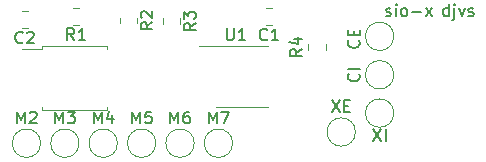
<source format=gbr>
%TF.GenerationSoftware,KiCad,Pcbnew,(6.99.0-4502-gf1556ed801-dirty)*%
%TF.CreationDate,2022-12-17T20:16:56-05:00*%
%TF.ProjectId,siox,73696f78-2e6b-4696-9361-645f70636258,rev?*%
%TF.SameCoordinates,Original*%
%TF.FileFunction,Legend,Top*%
%TF.FilePolarity,Positive*%
%FSLAX46Y46*%
G04 Gerber Fmt 4.6, Leading zero omitted, Abs format (unit mm)*
G04 Created by KiCad (PCBNEW (6.99.0-4502-gf1556ed801-dirty)) date 2022-12-17 20:16:56*
%MOMM*%
%LPD*%
G01*
G04 APERTURE LIST*
%ADD10C,0.150000*%
%ADD11C,0.120000*%
G04 APERTURE END LIST*
D10*
X122190476Y-60184761D02*
X122285714Y-60232380D01*
X122285714Y-60232380D02*
X122476190Y-60232380D01*
X122476190Y-60232380D02*
X122571428Y-60184761D01*
X122571428Y-60184761D02*
X122619047Y-60089523D01*
X122619047Y-60089523D02*
X122619047Y-60041904D01*
X122619047Y-60041904D02*
X122571428Y-59946666D01*
X122571428Y-59946666D02*
X122476190Y-59899047D01*
X122476190Y-59899047D02*
X122333333Y-59899047D01*
X122333333Y-59899047D02*
X122238095Y-59851428D01*
X122238095Y-59851428D02*
X122190476Y-59756190D01*
X122190476Y-59756190D02*
X122190476Y-59708571D01*
X122190476Y-59708571D02*
X122238095Y-59613333D01*
X122238095Y-59613333D02*
X122333333Y-59565714D01*
X122333333Y-59565714D02*
X122476190Y-59565714D01*
X122476190Y-59565714D02*
X122571428Y-59613333D01*
X123047619Y-60232380D02*
X123047619Y-59565714D01*
X123047619Y-59232380D02*
X123000000Y-59280000D01*
X123000000Y-59280000D02*
X123047619Y-59327619D01*
X123047619Y-59327619D02*
X123095238Y-59280000D01*
X123095238Y-59280000D02*
X123047619Y-59232380D01*
X123047619Y-59232380D02*
X123047619Y-59327619D01*
X123666666Y-60232380D02*
X123571428Y-60184761D01*
X123571428Y-60184761D02*
X123523809Y-60137142D01*
X123523809Y-60137142D02*
X123476190Y-60041904D01*
X123476190Y-60041904D02*
X123476190Y-59756190D01*
X123476190Y-59756190D02*
X123523809Y-59660952D01*
X123523809Y-59660952D02*
X123571428Y-59613333D01*
X123571428Y-59613333D02*
X123666666Y-59565714D01*
X123666666Y-59565714D02*
X123809523Y-59565714D01*
X123809523Y-59565714D02*
X123904761Y-59613333D01*
X123904761Y-59613333D02*
X123952380Y-59660952D01*
X123952380Y-59660952D02*
X123999999Y-59756190D01*
X123999999Y-59756190D02*
X123999999Y-60041904D01*
X123999999Y-60041904D02*
X123952380Y-60137142D01*
X123952380Y-60137142D02*
X123904761Y-60184761D01*
X123904761Y-60184761D02*
X123809523Y-60232380D01*
X123809523Y-60232380D02*
X123666666Y-60232380D01*
X124428571Y-59851428D02*
X125190476Y-59851428D01*
X125571428Y-60232380D02*
X126095237Y-59565714D01*
X125571428Y-59565714D02*
X126095237Y-60232380D01*
X127504761Y-60232380D02*
X127504761Y-59232380D01*
X127504761Y-60184761D02*
X127409523Y-60232380D01*
X127409523Y-60232380D02*
X127219047Y-60232380D01*
X127219047Y-60232380D02*
X127123809Y-60184761D01*
X127123809Y-60184761D02*
X127076190Y-60137142D01*
X127076190Y-60137142D02*
X127028571Y-60041904D01*
X127028571Y-60041904D02*
X127028571Y-59756190D01*
X127028571Y-59756190D02*
X127076190Y-59660952D01*
X127076190Y-59660952D02*
X127123809Y-59613333D01*
X127123809Y-59613333D02*
X127219047Y-59565714D01*
X127219047Y-59565714D02*
X127409523Y-59565714D01*
X127409523Y-59565714D02*
X127504761Y-59613333D01*
X127980952Y-59565714D02*
X127980952Y-60422857D01*
X127980952Y-60422857D02*
X127933333Y-60518095D01*
X127933333Y-60518095D02*
X127838095Y-60565714D01*
X127838095Y-60565714D02*
X127790476Y-60565714D01*
X127980952Y-59232380D02*
X127933333Y-59280000D01*
X127933333Y-59280000D02*
X127980952Y-59327619D01*
X127980952Y-59327619D02*
X128028571Y-59280000D01*
X128028571Y-59280000D02*
X127980952Y-59232380D01*
X127980952Y-59232380D02*
X127980952Y-59327619D01*
X128361904Y-59565714D02*
X128599999Y-60232380D01*
X128599999Y-60232380D02*
X128838094Y-59565714D01*
X129171428Y-60184761D02*
X129266666Y-60232380D01*
X129266666Y-60232380D02*
X129457142Y-60232380D01*
X129457142Y-60232380D02*
X129552380Y-60184761D01*
X129552380Y-60184761D02*
X129599999Y-60089523D01*
X129599999Y-60089523D02*
X129599999Y-60041904D01*
X129599999Y-60041904D02*
X129552380Y-59946666D01*
X129552380Y-59946666D02*
X129457142Y-59899047D01*
X129457142Y-59899047D02*
X129314285Y-59899047D01*
X129314285Y-59899047D02*
X129219047Y-59851428D01*
X129219047Y-59851428D02*
X129171428Y-59756190D01*
X129171428Y-59756190D02*
X129171428Y-59708571D01*
X129171428Y-59708571D02*
X129219047Y-59613333D01*
X129219047Y-59613333D02*
X129314285Y-59565714D01*
X129314285Y-59565714D02*
X129457142Y-59565714D01*
X129457142Y-59565714D02*
X129552380Y-59613333D01*
%TO.C,J10*%
X107190476Y-69317380D02*
X107190476Y-68317380D01*
X107190476Y-68317380D02*
X107523809Y-69031666D01*
X107523809Y-69031666D02*
X107857142Y-68317380D01*
X107857142Y-68317380D02*
X107857142Y-69317380D01*
X108238095Y-68317380D02*
X108904761Y-68317380D01*
X108904761Y-68317380D02*
X108476190Y-69317380D01*
%TO.C,J9*%
X103940476Y-69317380D02*
X103940476Y-68317380D01*
X103940476Y-68317380D02*
X104273809Y-69031666D01*
X104273809Y-69031666D02*
X104607142Y-68317380D01*
X104607142Y-68317380D02*
X104607142Y-69317380D01*
X105511904Y-68317380D02*
X105321428Y-68317380D01*
X105321428Y-68317380D02*
X105226190Y-68365000D01*
X105226190Y-68365000D02*
X105178571Y-68412619D01*
X105178571Y-68412619D02*
X105083333Y-68555476D01*
X105083333Y-68555476D02*
X105035714Y-68745952D01*
X105035714Y-68745952D02*
X105035714Y-69126904D01*
X105035714Y-69126904D02*
X105083333Y-69222142D01*
X105083333Y-69222142D02*
X105130952Y-69269761D01*
X105130952Y-69269761D02*
X105226190Y-69317380D01*
X105226190Y-69317380D02*
X105416666Y-69317380D01*
X105416666Y-69317380D02*
X105511904Y-69269761D01*
X105511904Y-69269761D02*
X105559523Y-69222142D01*
X105559523Y-69222142D02*
X105607142Y-69126904D01*
X105607142Y-69126904D02*
X105607142Y-68888809D01*
X105607142Y-68888809D02*
X105559523Y-68793571D01*
X105559523Y-68793571D02*
X105511904Y-68745952D01*
X105511904Y-68745952D02*
X105416666Y-68698333D01*
X105416666Y-68698333D02*
X105226190Y-68698333D01*
X105226190Y-68698333D02*
X105130952Y-68745952D01*
X105130952Y-68745952D02*
X105083333Y-68793571D01*
X105083333Y-68793571D02*
X105035714Y-68888809D01*
%TO.C,J8*%
X100690476Y-69317380D02*
X100690476Y-68317380D01*
X100690476Y-68317380D02*
X101023809Y-69031666D01*
X101023809Y-69031666D02*
X101357142Y-68317380D01*
X101357142Y-68317380D02*
X101357142Y-69317380D01*
X102309523Y-68317380D02*
X101833333Y-68317380D01*
X101833333Y-68317380D02*
X101785714Y-68793571D01*
X101785714Y-68793571D02*
X101833333Y-68745952D01*
X101833333Y-68745952D02*
X101928571Y-68698333D01*
X101928571Y-68698333D02*
X102166666Y-68698333D01*
X102166666Y-68698333D02*
X102261904Y-68745952D01*
X102261904Y-68745952D02*
X102309523Y-68793571D01*
X102309523Y-68793571D02*
X102357142Y-68888809D01*
X102357142Y-68888809D02*
X102357142Y-69126904D01*
X102357142Y-69126904D02*
X102309523Y-69222142D01*
X102309523Y-69222142D02*
X102261904Y-69269761D01*
X102261904Y-69269761D02*
X102166666Y-69317380D01*
X102166666Y-69317380D02*
X101928571Y-69317380D01*
X101928571Y-69317380D02*
X101833333Y-69269761D01*
X101833333Y-69269761D02*
X101785714Y-69222142D01*
%TO.C,J7*%
X97440476Y-69317380D02*
X97440476Y-68317380D01*
X97440476Y-68317380D02*
X97773809Y-69031666D01*
X97773809Y-69031666D02*
X98107142Y-68317380D01*
X98107142Y-68317380D02*
X98107142Y-69317380D01*
X99011904Y-68650714D02*
X99011904Y-69317380D01*
X98773809Y-68269761D02*
X98535714Y-68984047D01*
X98535714Y-68984047D02*
X99154761Y-68984047D01*
%TO.C,J6*%
X94190476Y-69317380D02*
X94190476Y-68317380D01*
X94190476Y-68317380D02*
X94523809Y-69031666D01*
X94523809Y-69031666D02*
X94857142Y-68317380D01*
X94857142Y-68317380D02*
X94857142Y-69317380D01*
X95238095Y-68317380D02*
X95857142Y-68317380D01*
X95857142Y-68317380D02*
X95523809Y-68698333D01*
X95523809Y-68698333D02*
X95666666Y-68698333D01*
X95666666Y-68698333D02*
X95761904Y-68745952D01*
X95761904Y-68745952D02*
X95809523Y-68793571D01*
X95809523Y-68793571D02*
X95857142Y-68888809D01*
X95857142Y-68888809D02*
X95857142Y-69126904D01*
X95857142Y-69126904D02*
X95809523Y-69222142D01*
X95809523Y-69222142D02*
X95761904Y-69269761D01*
X95761904Y-69269761D02*
X95666666Y-69317380D01*
X95666666Y-69317380D02*
X95380952Y-69317380D01*
X95380952Y-69317380D02*
X95285714Y-69269761D01*
X95285714Y-69269761D02*
X95238095Y-69222142D01*
%TO.C,J5*%
X90940476Y-69317380D02*
X90940476Y-68317380D01*
X90940476Y-68317380D02*
X91273809Y-69031666D01*
X91273809Y-69031666D02*
X91607142Y-68317380D01*
X91607142Y-68317380D02*
X91607142Y-69317380D01*
X92035714Y-68412619D02*
X92083333Y-68365000D01*
X92083333Y-68365000D02*
X92178571Y-68317380D01*
X92178571Y-68317380D02*
X92416666Y-68317380D01*
X92416666Y-68317380D02*
X92511904Y-68365000D01*
X92511904Y-68365000D02*
X92559523Y-68412619D01*
X92559523Y-68412619D02*
X92607142Y-68507857D01*
X92607142Y-68507857D02*
X92607142Y-68603095D01*
X92607142Y-68603095D02*
X92559523Y-68745952D01*
X92559523Y-68745952D02*
X91988095Y-69317380D01*
X91988095Y-69317380D02*
X92607142Y-69317380D01*
%TO.C,J4*%
X121128572Y-69817380D02*
X121795238Y-70817380D01*
X121795238Y-69817380D02*
X121128572Y-70817380D01*
X122176191Y-70817380D02*
X122176191Y-69817380D01*
%TO.C,J3*%
X117614286Y-67367380D02*
X118280952Y-68367380D01*
X118280952Y-67367380D02*
X117614286Y-68367380D01*
X118661905Y-67843571D02*
X118995238Y-67843571D01*
X119138095Y-68367380D02*
X118661905Y-68367380D01*
X118661905Y-68367380D02*
X118661905Y-67367380D01*
X118661905Y-67367380D02*
X119138095Y-67367380D01*
%TO.C,J2*%
X119872142Y-65128571D02*
X119919761Y-65176190D01*
X119919761Y-65176190D02*
X119967380Y-65319047D01*
X119967380Y-65319047D02*
X119967380Y-65414285D01*
X119967380Y-65414285D02*
X119919761Y-65557142D01*
X119919761Y-65557142D02*
X119824523Y-65652380D01*
X119824523Y-65652380D02*
X119729285Y-65699999D01*
X119729285Y-65699999D02*
X119538809Y-65747618D01*
X119538809Y-65747618D02*
X119395952Y-65747618D01*
X119395952Y-65747618D02*
X119205476Y-65699999D01*
X119205476Y-65699999D02*
X119110238Y-65652380D01*
X119110238Y-65652380D02*
X119015000Y-65557142D01*
X119015000Y-65557142D02*
X118967380Y-65414285D01*
X118967380Y-65414285D02*
X118967380Y-65319047D01*
X118967380Y-65319047D02*
X119015000Y-65176190D01*
X119015000Y-65176190D02*
X119062619Y-65128571D01*
X119967380Y-64699999D02*
X118967380Y-64699999D01*
%TO.C,J1*%
X119872142Y-62292857D02*
X119919761Y-62340476D01*
X119919761Y-62340476D02*
X119967380Y-62483333D01*
X119967380Y-62483333D02*
X119967380Y-62578571D01*
X119967380Y-62578571D02*
X119919761Y-62721428D01*
X119919761Y-62721428D02*
X119824523Y-62816666D01*
X119824523Y-62816666D02*
X119729285Y-62864285D01*
X119729285Y-62864285D02*
X119538809Y-62911904D01*
X119538809Y-62911904D02*
X119395952Y-62911904D01*
X119395952Y-62911904D02*
X119205476Y-62864285D01*
X119205476Y-62864285D02*
X119110238Y-62816666D01*
X119110238Y-62816666D02*
X119015000Y-62721428D01*
X119015000Y-62721428D02*
X118967380Y-62578571D01*
X118967380Y-62578571D02*
X118967380Y-62483333D01*
X118967380Y-62483333D02*
X119015000Y-62340476D01*
X119015000Y-62340476D02*
X119062619Y-62292857D01*
X119443571Y-61864285D02*
X119443571Y-61530952D01*
X119967380Y-61388095D02*
X119967380Y-61864285D01*
X119967380Y-61864285D02*
X118967380Y-61864285D01*
X118967380Y-61864285D02*
X118967380Y-61388095D01*
%TO.C,R4*%
X115067380Y-63016666D02*
X114591190Y-63349999D01*
X115067380Y-63588094D02*
X114067380Y-63588094D01*
X114067380Y-63588094D02*
X114067380Y-63207142D01*
X114067380Y-63207142D02*
X114115000Y-63111904D01*
X114115000Y-63111904D02*
X114162619Y-63064285D01*
X114162619Y-63064285D02*
X114257857Y-63016666D01*
X114257857Y-63016666D02*
X114400714Y-63016666D01*
X114400714Y-63016666D02*
X114495952Y-63064285D01*
X114495952Y-63064285D02*
X114543571Y-63111904D01*
X114543571Y-63111904D02*
X114591190Y-63207142D01*
X114591190Y-63207142D02*
X114591190Y-63588094D01*
X114400714Y-62159523D02*
X115067380Y-62159523D01*
X114019761Y-62397618D02*
X114734047Y-62635713D01*
X114734047Y-62635713D02*
X114734047Y-62016666D01*
%TO.C,R3*%
X106067380Y-60816666D02*
X105591190Y-61149999D01*
X106067380Y-61388094D02*
X105067380Y-61388094D01*
X105067380Y-61388094D02*
X105067380Y-61007142D01*
X105067380Y-61007142D02*
X105115000Y-60911904D01*
X105115000Y-60911904D02*
X105162619Y-60864285D01*
X105162619Y-60864285D02*
X105257857Y-60816666D01*
X105257857Y-60816666D02*
X105400714Y-60816666D01*
X105400714Y-60816666D02*
X105495952Y-60864285D01*
X105495952Y-60864285D02*
X105543571Y-60911904D01*
X105543571Y-60911904D02*
X105591190Y-61007142D01*
X105591190Y-61007142D02*
X105591190Y-61388094D01*
X105067380Y-60483332D02*
X105067380Y-59864285D01*
X105067380Y-59864285D02*
X105448333Y-60197618D01*
X105448333Y-60197618D02*
X105448333Y-60054761D01*
X105448333Y-60054761D02*
X105495952Y-59959523D01*
X105495952Y-59959523D02*
X105543571Y-59911904D01*
X105543571Y-59911904D02*
X105638809Y-59864285D01*
X105638809Y-59864285D02*
X105876904Y-59864285D01*
X105876904Y-59864285D02*
X105972142Y-59911904D01*
X105972142Y-59911904D02*
X106019761Y-59959523D01*
X106019761Y-59959523D02*
X106067380Y-60054761D01*
X106067380Y-60054761D02*
X106067380Y-60340475D01*
X106067380Y-60340475D02*
X106019761Y-60435713D01*
X106019761Y-60435713D02*
X105972142Y-60483332D01*
%TO.C,R2*%
X102417380Y-60766666D02*
X101941190Y-61099999D01*
X102417380Y-61338094D02*
X101417380Y-61338094D01*
X101417380Y-61338094D02*
X101417380Y-60957142D01*
X101417380Y-60957142D02*
X101465000Y-60861904D01*
X101465000Y-60861904D02*
X101512619Y-60814285D01*
X101512619Y-60814285D02*
X101607857Y-60766666D01*
X101607857Y-60766666D02*
X101750714Y-60766666D01*
X101750714Y-60766666D02*
X101845952Y-60814285D01*
X101845952Y-60814285D02*
X101893571Y-60861904D01*
X101893571Y-60861904D02*
X101941190Y-60957142D01*
X101941190Y-60957142D02*
X101941190Y-61338094D01*
X101512619Y-60385713D02*
X101465000Y-60338094D01*
X101465000Y-60338094D02*
X101417380Y-60242856D01*
X101417380Y-60242856D02*
X101417380Y-60004761D01*
X101417380Y-60004761D02*
X101465000Y-59909523D01*
X101465000Y-59909523D02*
X101512619Y-59861904D01*
X101512619Y-59861904D02*
X101607857Y-59814285D01*
X101607857Y-59814285D02*
X101703095Y-59814285D01*
X101703095Y-59814285D02*
X101845952Y-59861904D01*
X101845952Y-59861904D02*
X102417380Y-60433332D01*
X102417380Y-60433332D02*
X102417380Y-59814285D01*
%TO.C,R1*%
X95783333Y-62267380D02*
X95450000Y-61791190D01*
X95211905Y-62267380D02*
X95211905Y-61267380D01*
X95211905Y-61267380D02*
X95592857Y-61267380D01*
X95592857Y-61267380D02*
X95688095Y-61315000D01*
X95688095Y-61315000D02*
X95735714Y-61362619D01*
X95735714Y-61362619D02*
X95783333Y-61457857D01*
X95783333Y-61457857D02*
X95783333Y-61600714D01*
X95783333Y-61600714D02*
X95735714Y-61695952D01*
X95735714Y-61695952D02*
X95688095Y-61743571D01*
X95688095Y-61743571D02*
X95592857Y-61791190D01*
X95592857Y-61791190D02*
X95211905Y-61791190D01*
X96735714Y-62267380D02*
X96164286Y-62267380D01*
X96450000Y-62267380D02*
X96450000Y-61267380D01*
X96450000Y-61267380D02*
X96354762Y-61410238D01*
X96354762Y-61410238D02*
X96259524Y-61505476D01*
X96259524Y-61505476D02*
X96164286Y-61553095D01*
%TO.C,C2*%
X91433333Y-62452142D02*
X91385714Y-62499761D01*
X91385714Y-62499761D02*
X91242857Y-62547380D01*
X91242857Y-62547380D02*
X91147619Y-62547380D01*
X91147619Y-62547380D02*
X91004762Y-62499761D01*
X91004762Y-62499761D02*
X90909524Y-62404523D01*
X90909524Y-62404523D02*
X90861905Y-62309285D01*
X90861905Y-62309285D02*
X90814286Y-62118809D01*
X90814286Y-62118809D02*
X90814286Y-61975952D01*
X90814286Y-61975952D02*
X90861905Y-61785476D01*
X90861905Y-61785476D02*
X90909524Y-61690238D01*
X90909524Y-61690238D02*
X91004762Y-61595000D01*
X91004762Y-61595000D02*
X91147619Y-61547380D01*
X91147619Y-61547380D02*
X91242857Y-61547380D01*
X91242857Y-61547380D02*
X91385714Y-61595000D01*
X91385714Y-61595000D02*
X91433333Y-61642619D01*
X91814286Y-61642619D02*
X91861905Y-61595000D01*
X91861905Y-61595000D02*
X91957143Y-61547380D01*
X91957143Y-61547380D02*
X92195238Y-61547380D01*
X92195238Y-61547380D02*
X92290476Y-61595000D01*
X92290476Y-61595000D02*
X92338095Y-61642619D01*
X92338095Y-61642619D02*
X92385714Y-61737857D01*
X92385714Y-61737857D02*
X92385714Y-61833095D01*
X92385714Y-61833095D02*
X92338095Y-61975952D01*
X92338095Y-61975952D02*
X91766667Y-62547380D01*
X91766667Y-62547380D02*
X92385714Y-62547380D01*
%TO.C,C1*%
X112133333Y-62202142D02*
X112085714Y-62249761D01*
X112085714Y-62249761D02*
X111942857Y-62297380D01*
X111942857Y-62297380D02*
X111847619Y-62297380D01*
X111847619Y-62297380D02*
X111704762Y-62249761D01*
X111704762Y-62249761D02*
X111609524Y-62154523D01*
X111609524Y-62154523D02*
X111561905Y-62059285D01*
X111561905Y-62059285D02*
X111514286Y-61868809D01*
X111514286Y-61868809D02*
X111514286Y-61725952D01*
X111514286Y-61725952D02*
X111561905Y-61535476D01*
X111561905Y-61535476D02*
X111609524Y-61440238D01*
X111609524Y-61440238D02*
X111704762Y-61345000D01*
X111704762Y-61345000D02*
X111847619Y-61297380D01*
X111847619Y-61297380D02*
X111942857Y-61297380D01*
X111942857Y-61297380D02*
X112085714Y-61345000D01*
X112085714Y-61345000D02*
X112133333Y-61392619D01*
X113085714Y-62297380D02*
X112514286Y-62297380D01*
X112800000Y-62297380D02*
X112800000Y-61297380D01*
X112800000Y-61297380D02*
X112704762Y-61440238D01*
X112704762Y-61440238D02*
X112609524Y-61535476D01*
X112609524Y-61535476D02*
X112514286Y-61583095D01*
%TO.C,U1*%
X108718095Y-61267380D02*
X108718095Y-62076904D01*
X108718095Y-62076904D02*
X108765714Y-62172142D01*
X108765714Y-62172142D02*
X108813333Y-62219761D01*
X108813333Y-62219761D02*
X108908571Y-62267380D01*
X108908571Y-62267380D02*
X109099047Y-62267380D01*
X109099047Y-62267380D02*
X109194285Y-62219761D01*
X109194285Y-62219761D02*
X109241904Y-62172142D01*
X109241904Y-62172142D02*
X109289523Y-62076904D01*
X109289523Y-62076904D02*
X109289523Y-61267380D01*
X110289523Y-62267380D02*
X109718095Y-62267380D01*
X110003809Y-62267380D02*
X110003809Y-61267380D01*
X110003809Y-61267380D02*
X109908571Y-61410238D01*
X109908571Y-61410238D02*
X109813333Y-61505476D01*
X109813333Y-61505476D02*
X109718095Y-61553095D01*
D11*
%TO.C,J10*%
X109200000Y-71000000D02*
G75*
G03*
X109200000Y-71000000I-1200000J0D01*
G01*
%TO.C,J9*%
X105950000Y-71000000D02*
G75*
G03*
X105950000Y-71000000I-1200000J0D01*
G01*
%TO.C,J8*%
X102700000Y-71000000D02*
G75*
G03*
X102700000Y-71000000I-1200000J0D01*
G01*
%TO.C,J7*%
X99450000Y-71000000D02*
G75*
G03*
X99450000Y-71000000I-1200000J0D01*
G01*
%TO.C,J6*%
X96200000Y-71000000D02*
G75*
G03*
X96200000Y-71000000I-1200000J0D01*
G01*
%TO.C,J5*%
X92950000Y-71000000D02*
G75*
G03*
X92950000Y-71000000I-1200000J0D01*
G01*
%TO.C,U2*%
X93050000Y-62725000D02*
X93050000Y-62985000D01*
X93050000Y-68175000D02*
X93050000Y-67915000D01*
X98550000Y-68175000D02*
X98550000Y-67915000D01*
X95800000Y-62725000D02*
X98550000Y-62725000D01*
X95800000Y-68175000D02*
X98550000Y-68175000D01*
X95800000Y-62725000D02*
X93050000Y-62725000D01*
X95800000Y-68175000D02*
X93050000Y-68175000D01*
X93050000Y-62985000D02*
X91400000Y-62985000D01*
X98550000Y-62725000D02*
X98550000Y-62985000D01*
%TO.C,J4*%
X122850000Y-68450000D02*
G75*
G03*
X122850000Y-68450000I-1200000J0D01*
G01*
%TO.C,J3*%
X119600000Y-70050000D02*
G75*
G03*
X119600000Y-70050000I-1200000J0D01*
G01*
%TO.C,J2*%
X122850000Y-65200000D02*
G75*
G03*
X122850000Y-65200000I-1200000J0D01*
G01*
%TO.C,J1*%
X122850000Y-61950000D02*
G75*
G03*
X122850000Y-61950000I-1200000J0D01*
G01*
%TO.C,R4*%
X115615000Y-63077064D02*
X115615000Y-62622936D01*
X117085000Y-63077064D02*
X117085000Y-62622936D01*
%TO.C,R3*%
X104785000Y-60422936D02*
X104785000Y-60877064D01*
X103315000Y-60422936D02*
X103315000Y-60877064D01*
%TO.C,R2*%
X101135000Y-60372936D02*
X101135000Y-60827064D01*
X99665000Y-60372936D02*
X99665000Y-60827064D01*
%TO.C,R1*%
X96177064Y-60985000D02*
X95722936Y-60985000D01*
X96177064Y-59515000D02*
X95722936Y-59515000D01*
%TO.C,C2*%
X91861252Y-59765000D02*
X91338748Y-59765000D01*
X91861252Y-61235000D02*
X91338748Y-61235000D01*
%TO.C,C1*%
X112561252Y-59515000D02*
X112038748Y-59515000D01*
X112561252Y-60985000D02*
X112038748Y-60985000D01*
%TO.C,U1*%
X110000000Y-62740000D02*
X112200000Y-62740000D01*
X110000000Y-67960000D02*
X112200000Y-67960000D01*
X110000000Y-67960000D02*
X107800000Y-67960000D01*
X110000000Y-62740000D02*
X106400000Y-62740000D01*
%TD*%
M02*

</source>
